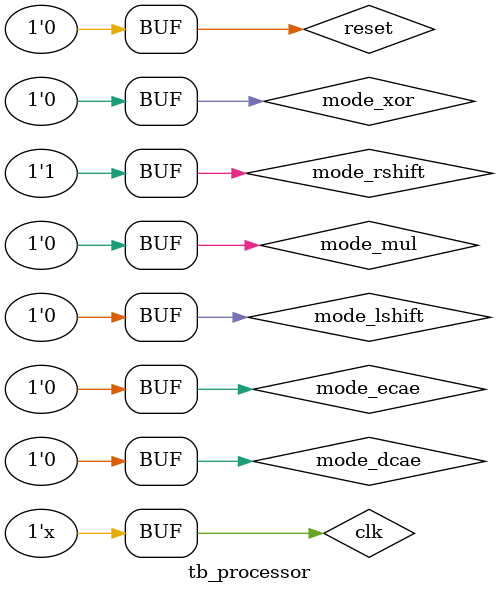
<source format=sv>
module tb_processor();

    logic clk, reset;
    logic mode_xor, mode_rshift, mode_lshift, mode_ecae, mode_dcae;
    logic mode_mul;

	processor dut(clk, reset, mode_xor, mode_rshift,
        mode_lshift, mode_ecae, mode_dcae, mode_mul);
	 

    always #5 clk = ~clk;
    initial begin
        clk = 0;
        mode_xor = 0;
        mode_rshift = 0;
        mode_lshift = 0;
        mode_ecae = 0;
        mode_dcae = 0;
        mode_mul = 0;
        reset = 1; # 10 ;
		reset = 0;
        #10;
        mode_rshift = 1;
    end

endmodule
</source>
